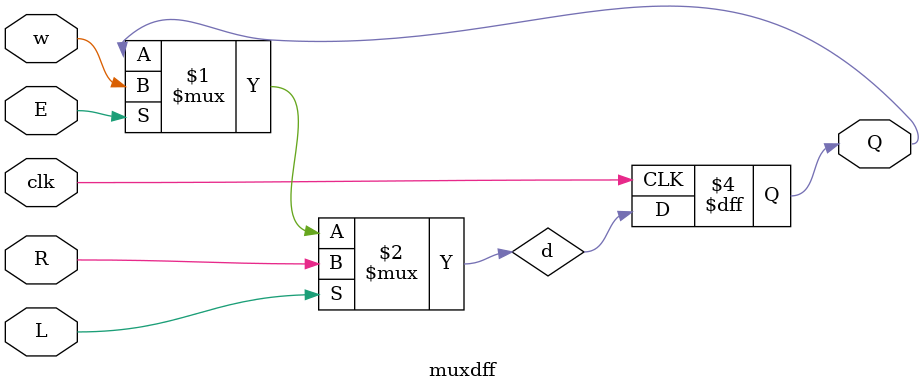
<source format=v>
module top_module (
    input [3:0] SW, //R
    input [3:0] KEY, //clk to KEY[0], E to KEY[1],L to KEY[2], and w to KEY[3].
    output [3:0] LEDR //outputs
); //

    muxdff inst1(KEY[0], KEY[3],  SW[3], KEY[1], KEY[2], LEDR[3]);
    muxdff inst2(KEY[0], LEDR[3], SW[2], KEY[1], KEY[2], LEDR[2]);
    muxdff inst3(KEY[0], LEDR[2], SW[1], KEY[1], KEY[2], LEDR[1]);
    muxdff inst4(KEY[0], LEDR[1], SW[0], KEY[1], KEY[2], LEDR[0]);
                           
endmodule

//------------------
module muxdff (
    input clk,
    input w, R, E, L,
    output Q
);
    wire d;
    assign d= L ? R : (E ? w : Q);
    always @(posedge clk)
        Q<=d;
endmodule

</source>
